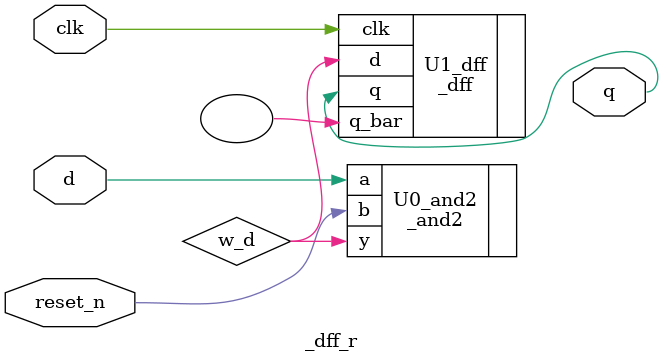
<source format=v>
module _dff_r(clk, reset_n, d, q);
	input clk, reset_n, d;
	output q;

	wire w_d;

	_and2 U0_and2(.a(d), .b(reset_n), .y(w_d));
	_dff U1_dff(.clk(clk), .d(w_d), .q(q), .q_bar());

endmodule

</source>
